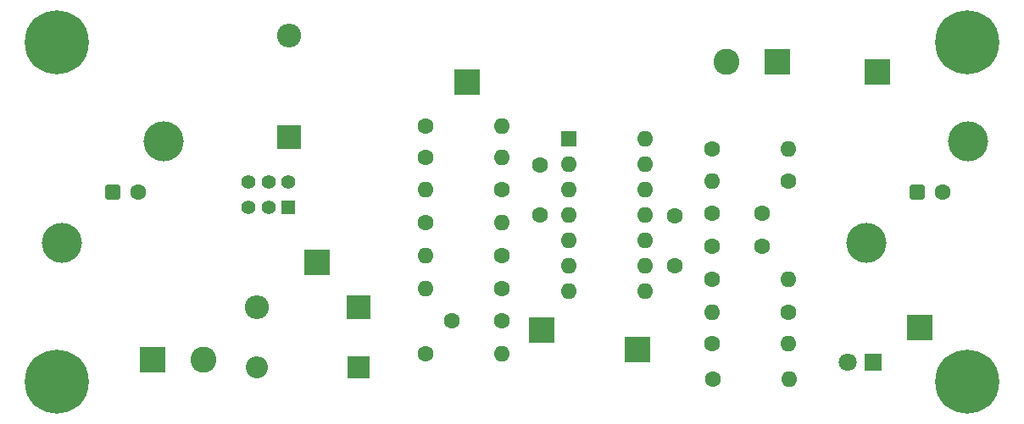
<source format=gbr>
%TF.GenerationSoftware,KiCad,Pcbnew,7.0.7*%
%TF.CreationDate,2023-09-22T00:24:37-06:00*%
%TF.ProjectId,Basic_Diff_Probe,42617369-635f-4446-9966-665f50726f62,1*%
%TF.SameCoordinates,Original*%
%TF.FileFunction,Soldermask,Bot*%
%TF.FilePolarity,Negative*%
%FSLAX46Y46*%
G04 Gerber Fmt 4.6, Leading zero omitted, Abs format (unit mm)*
G04 Created by KiCad (PCBNEW 7.0.7) date 2023-09-22 00:24:37*
%MOMM*%
%LPD*%
G01*
G04 APERTURE LIST*
G04 Aperture macros list*
%AMRoundRect*
0 Rectangle with rounded corners*
0 $1 Rounding radius*
0 $2 $3 $4 $5 $6 $7 $8 $9 X,Y pos of 4 corners*
0 Add a 4 corners polygon primitive as box body*
4,1,4,$2,$3,$4,$5,$6,$7,$8,$9,$2,$3,0*
0 Add four circle primitives for the rounded corners*
1,1,$1+$1,$2,$3*
1,1,$1+$1,$4,$5*
1,1,$1+$1,$6,$7*
1,1,$1+$1,$8,$9*
0 Add four rect primitives between the rounded corners*
20,1,$1+$1,$2,$3,$4,$5,0*
20,1,$1+$1,$4,$5,$6,$7,0*
20,1,$1+$1,$6,$7,$8,$9,0*
20,1,$1+$1,$8,$9,$2,$3,0*%
G04 Aperture macros list end*
%ADD10R,2.500000X2.500000*%
%ADD11C,1.600000*%
%ADD12O,1.600000X1.600000*%
%ADD13R,2.200000X2.200000*%
%ADD14O,2.200000X2.200000*%
%ADD15R,1.800000X1.800000*%
%ADD16C,1.800000*%
%ADD17C,0.800000*%
%ADD18C,6.400000*%
%ADD19R,2.400000X2.400000*%
%ADD20O,2.400000X2.400000*%
%ADD21R,1.600000X1.600000*%
%ADD22R,2.600000X2.600000*%
%ADD23C,2.600000*%
%ADD24C,4.000000*%
%ADD25RoundRect,0.400000X0.400000X0.400000X-0.400000X0.400000X-0.400000X-0.400000X0.400000X-0.400000X0*%
%ADD26RoundRect,0.102000X0.604000X0.604000X-0.604000X0.604000X-0.604000X-0.604000X0.604000X-0.604000X0*%
%ADD27C,1.412000*%
G04 APERTURE END LIST*
D10*
%TO.C,TP4*%
X145500000Y-119800000D03*
%TD*%
%TO.C,TP2*%
X183200000Y-119600000D03*
%TD*%
D11*
%TO.C,R12*%
X133880000Y-122200000D03*
D12*
X141500000Y-122200000D03*
%TD*%
D11*
%TO.C,R10*%
X170110000Y-118000000D03*
D12*
X162490000Y-118000000D03*
%TD*%
D13*
%TO.C,D4*%
X127180000Y-123500000D03*
D14*
X117020000Y-123500000D03*
%TD*%
D15*
%TO.C,D1*%
X178540000Y-123000000D03*
D16*
X176000000Y-123000000D03*
%TD*%
D11*
%TO.C,R2*%
X162490000Y-121200000D03*
D12*
X170110000Y-121200000D03*
%TD*%
D11*
%TO.C,C5*%
X141500000Y-118900000D03*
X136500000Y-118900000D03*
%TD*%
%TO.C,R13*%
X170120000Y-104900000D03*
D12*
X162500000Y-104900000D03*
%TD*%
D11*
%TO.C,R6*%
X133880000Y-102575000D03*
D12*
X141500000Y-102575000D03*
%TD*%
D17*
%TO.C,H1*%
X94600000Y-91000000D03*
X95302944Y-89302944D03*
X95302944Y-92697056D03*
X97000000Y-88600000D03*
D18*
X97000000Y-91000000D03*
D17*
X97000000Y-93400000D03*
X98697056Y-89302944D03*
X98697056Y-92697056D03*
X99400000Y-91000000D03*
%TD*%
D11*
%TO.C,R11*%
X162490000Y-114700000D03*
D12*
X170110000Y-114700000D03*
%TD*%
D19*
%TO.C,D3*%
X120200000Y-100480000D03*
D20*
X120200000Y-90320000D03*
%TD*%
D10*
%TO.C,TP1*%
X138000000Y-95000000D03*
%TD*%
D21*
%TO.C,U2*%
X148180000Y-100700000D03*
D12*
X148180000Y-103240000D03*
X148180000Y-105780000D03*
X148180000Y-108320000D03*
X148180000Y-110860000D03*
X148180000Y-113400000D03*
X148180000Y-115940000D03*
X155800000Y-115940000D03*
X155800000Y-113400000D03*
X155800000Y-110860000D03*
X155800000Y-108320000D03*
X155800000Y-105780000D03*
X155800000Y-103240000D03*
X155800000Y-100700000D03*
%TD*%
D11*
%TO.C,C3*%
X162500000Y-111400000D03*
X167500000Y-111400000D03*
%TD*%
D17*
%TO.C,H3*%
X94600000Y-125000000D03*
X95302944Y-123302944D03*
X95302944Y-126697056D03*
X97000000Y-122600000D03*
D18*
X97000000Y-125000000D03*
D17*
X97000000Y-127400000D03*
X98697056Y-123302944D03*
X98697056Y-126697056D03*
X99400000Y-125000000D03*
%TD*%
D11*
%TO.C,R4*%
X141510000Y-115700000D03*
D12*
X133890000Y-115700000D03*
%TD*%
D11*
%TO.C,R8*%
X133890000Y-109100000D03*
D12*
X141510000Y-109100000D03*
%TD*%
D11*
%TO.C,C1*%
X162500000Y-108100000D03*
X167500000Y-108100000D03*
%TD*%
D17*
%TO.C,H2*%
X185600000Y-125000000D03*
X186302944Y-123302944D03*
X186302944Y-126697056D03*
X188000000Y-122600000D03*
D18*
X188000000Y-125000000D03*
D17*
X188000000Y-127400000D03*
X189697056Y-123302944D03*
X189697056Y-126697056D03*
X190400000Y-125000000D03*
%TD*%
D22*
%TO.C,J4*%
X169000000Y-93000000D03*
D23*
X163920000Y-93000000D03*
%TD*%
D11*
%TO.C,R16*%
X162490000Y-101700000D03*
D12*
X170110000Y-101700000D03*
%TD*%
D24*
%TO.C,J3*%
X97560000Y-111080000D03*
X107720000Y-100920000D03*
D25*
X102640000Y-106000000D03*
D11*
X105180000Y-106000000D03*
%TD*%
D19*
%TO.C,D2*%
X127180000Y-117500000D03*
D20*
X117020000Y-117500000D03*
%TD*%
D22*
%TO.C,J1*%
X106635000Y-122805000D03*
D23*
X111715000Y-122805000D03*
%TD*%
D10*
%TO.C,TP6*%
X155000000Y-121800000D03*
%TD*%
D11*
%TO.C,R5*%
X141510000Y-105800000D03*
D12*
X133890000Y-105800000D03*
%TD*%
D10*
%TO.C,TP5*%
X123000000Y-113000000D03*
%TD*%
D11*
%TO.C,C2*%
X158800000Y-113400000D03*
X158800000Y-108400000D03*
%TD*%
D17*
%TO.C,H4*%
X185600000Y-91000000D03*
X186302944Y-89302944D03*
X186302944Y-92697056D03*
X188000000Y-88600000D03*
D18*
X188000000Y-91000000D03*
D17*
X188000000Y-93400000D03*
X189697056Y-89302944D03*
X189697056Y-92697056D03*
X190400000Y-91000000D03*
%TD*%
D11*
%TO.C,R9*%
X133890000Y-99400000D03*
D12*
X141510000Y-99400000D03*
%TD*%
D24*
%TO.C,J2*%
X177880000Y-111080000D03*
X188040000Y-100920000D03*
D25*
X182960000Y-106000000D03*
D11*
X185500000Y-106000000D03*
%TD*%
%TO.C,R7*%
X141510000Y-112400000D03*
D12*
X133890000Y-112400000D03*
%TD*%
D11*
%TO.C,R1*%
X162580000Y-124700000D03*
D12*
X170200000Y-124700000D03*
%TD*%
D11*
%TO.C,C4*%
X145280000Y-103325000D03*
X145280000Y-108325000D03*
%TD*%
D10*
%TO.C,TP3*%
X179000000Y-94000000D03*
%TD*%
D26*
%TO.C,SW1*%
X120180000Y-107500000D03*
D27*
X118180000Y-107500000D03*
X116180000Y-107500000D03*
X120180000Y-105000000D03*
X118180000Y-105000000D03*
X116180000Y-105000000D03*
%TD*%
M02*

</source>
